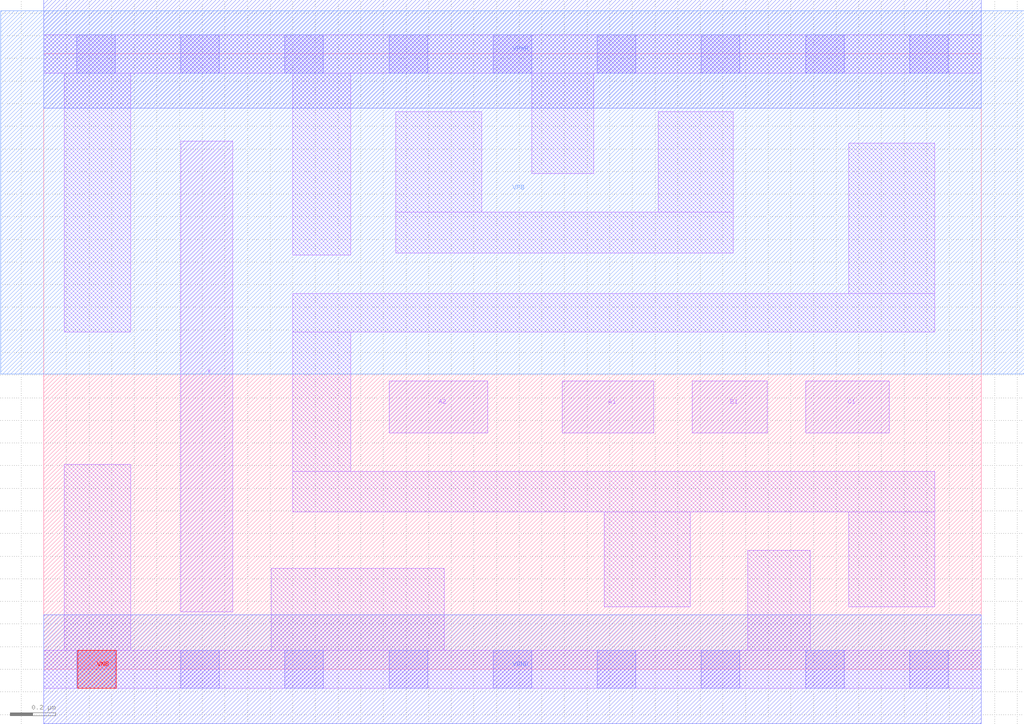
<source format=lef>
# Copyright 2020 The SkyWater PDK Authors
#
# Licensed under the Apache License, Version 2.0 (the "License");
# you may not use this file except in compliance with the License.
# You may obtain a copy of the License at
#
#     https://www.apache.org/licenses/LICENSE-2.0
#
# Unless required by applicable law or agreed to in writing, software
# distributed under the License is distributed on an "AS IS" BASIS,
# WITHOUT WARRANTIES OR CONDITIONS OF ANY KIND, either express or implied.
# See the License for the specific language governing permissions and
# limitations under the License.
#
# SPDX-License-Identifier: Apache-2.0

VERSION 5.7 ;
  NOWIREEXTENSIONATPIN ON ;
  DIVIDERCHAR "/" ;
  BUSBITCHARS "[]" ;
PROPERTYDEFINITIONS
  MACRO maskLayoutSubType STRING ;
  MACRO prCellType STRING ;
  MACRO originalViewName STRING ;
END PROPERTYDEFINITIONS
MACRO sky130_fd_sc_hdll__a211o_2
  CLASS CORE ;
  FOREIGN sky130_fd_sc_hdll__a211o_2 ;
  ORIGIN  0.000000  0.000000 ;
  SIZE  4.140000 BY  2.720000 ;
  SYMMETRY X Y R90 ;
  SITE unithd ;
  PIN A1
    ANTENNAGATEAREA  0.277500 ;
    DIRECTION INPUT ;
    USE SIGNAL ;
    PORT
      LAYER li1 ;
        RECT 2.290000 1.045000 2.695000 1.275000 ;
    END
  END A1
  PIN A2
    ANTENNAGATEAREA  0.277500 ;
    DIRECTION INPUT ;
    USE SIGNAL ;
    PORT
      LAYER li1 ;
        RECT 1.525000 1.045000 1.960000 1.275000 ;
    END
  END A2
  PIN B1
    ANTENNAGATEAREA  0.277500 ;
    DIRECTION INPUT ;
    USE SIGNAL ;
    PORT
      LAYER li1 ;
        RECT 2.865000 1.045000 3.195000 1.275000 ;
    END
  END B1
  PIN C1
    ANTENNAGATEAREA  0.277500 ;
    DIRECTION INPUT ;
    USE SIGNAL ;
    PORT
      LAYER li1 ;
        RECT 3.365000 1.045000 3.735000 1.275000 ;
    END
  END C1
  PIN X
    ANTENNADIFFAREA  0.504500 ;
    DIRECTION OUTPUT ;
    USE SIGNAL ;
    PORT
      LAYER li1 ;
        RECT 0.605000 0.255000 0.835000 2.335000 ;
    END
  END X
  PIN VGND
    DIRECTION INOUT ;
    USE GROUND ;
    PORT
      LAYER met1 ;
        RECT 0.000000 -0.240000 4.140000 0.240000 ;
    END
  END VGND
  PIN VNB
    DIRECTION INOUT ;
    USE GROUND ;
    PORT
      LAYER pwell ;
        RECT 0.150000 -0.085000 0.320000 0.085000 ;
    END
  END VNB
  PIN VPB
    DIRECTION INOUT ;
    USE POWER ;
    PORT
      LAYER nwell ;
        RECT -0.190000 1.305000 4.330000 2.910000 ;
    END
  END VPB
  PIN VPWR
    DIRECTION INOUT ;
    USE POWER ;
    PORT
      LAYER met1 ;
        RECT 0.000000 2.480000 4.140000 2.960000 ;
    END
  END VPWR
  OBS
    LAYER li1 ;
      RECT 0.000000 -0.085000 4.140000 0.085000 ;
      RECT 0.000000  2.635000 4.140000 2.805000 ;
      RECT 0.090000  0.085000 0.385000 0.905000 ;
      RECT 0.090000  1.490000 0.385000 2.635000 ;
      RECT 1.005000  0.085000 1.770000 0.445000 ;
      RECT 1.100000  0.695000 3.935000 0.875000 ;
      RECT 1.100000  0.875000 1.355000 1.490000 ;
      RECT 1.100000  1.490000 3.935000 1.660000 ;
      RECT 1.100000  1.830000 1.355000 2.635000 ;
      RECT 1.555000  1.840000 3.045000 2.020000 ;
      RECT 1.555000  2.020000 1.935000 2.465000 ;
      RECT 2.155000  2.190000 2.430000 2.635000 ;
      RECT 2.475000  0.275000 2.855000 0.695000 ;
      RECT 2.715000  2.020000 3.045000 2.465000 ;
      RECT 3.110000  0.085000 3.385000 0.525000 ;
      RECT 3.555000  0.275000 3.935000 0.695000 ;
      RECT 3.555000  1.660000 3.935000 2.325000 ;
    LAYER mcon ;
      RECT 0.145000 -0.085000 0.315000 0.085000 ;
      RECT 0.145000  2.635000 0.315000 2.805000 ;
      RECT 0.605000 -0.085000 0.775000 0.085000 ;
      RECT 0.605000  2.635000 0.775000 2.805000 ;
      RECT 1.065000 -0.085000 1.235000 0.085000 ;
      RECT 1.065000  2.635000 1.235000 2.805000 ;
      RECT 1.525000 -0.085000 1.695000 0.085000 ;
      RECT 1.525000  2.635000 1.695000 2.805000 ;
      RECT 1.985000 -0.085000 2.155000 0.085000 ;
      RECT 1.985000  2.635000 2.155000 2.805000 ;
      RECT 2.445000 -0.085000 2.615000 0.085000 ;
      RECT 2.445000  2.635000 2.615000 2.805000 ;
      RECT 2.905000 -0.085000 3.075000 0.085000 ;
      RECT 2.905000  2.635000 3.075000 2.805000 ;
      RECT 3.365000 -0.085000 3.535000 0.085000 ;
      RECT 3.365000  2.635000 3.535000 2.805000 ;
      RECT 3.825000 -0.085000 3.995000 0.085000 ;
      RECT 3.825000  2.635000 3.995000 2.805000 ;
  END
  PROPERTY maskLayoutSubType "abstract" ;
  PROPERTY prCellType "standard" ;
  PROPERTY originalViewName "layout" ;
END sky130_fd_sc_hdll__a211o_2
END LIBRARY

</source>
